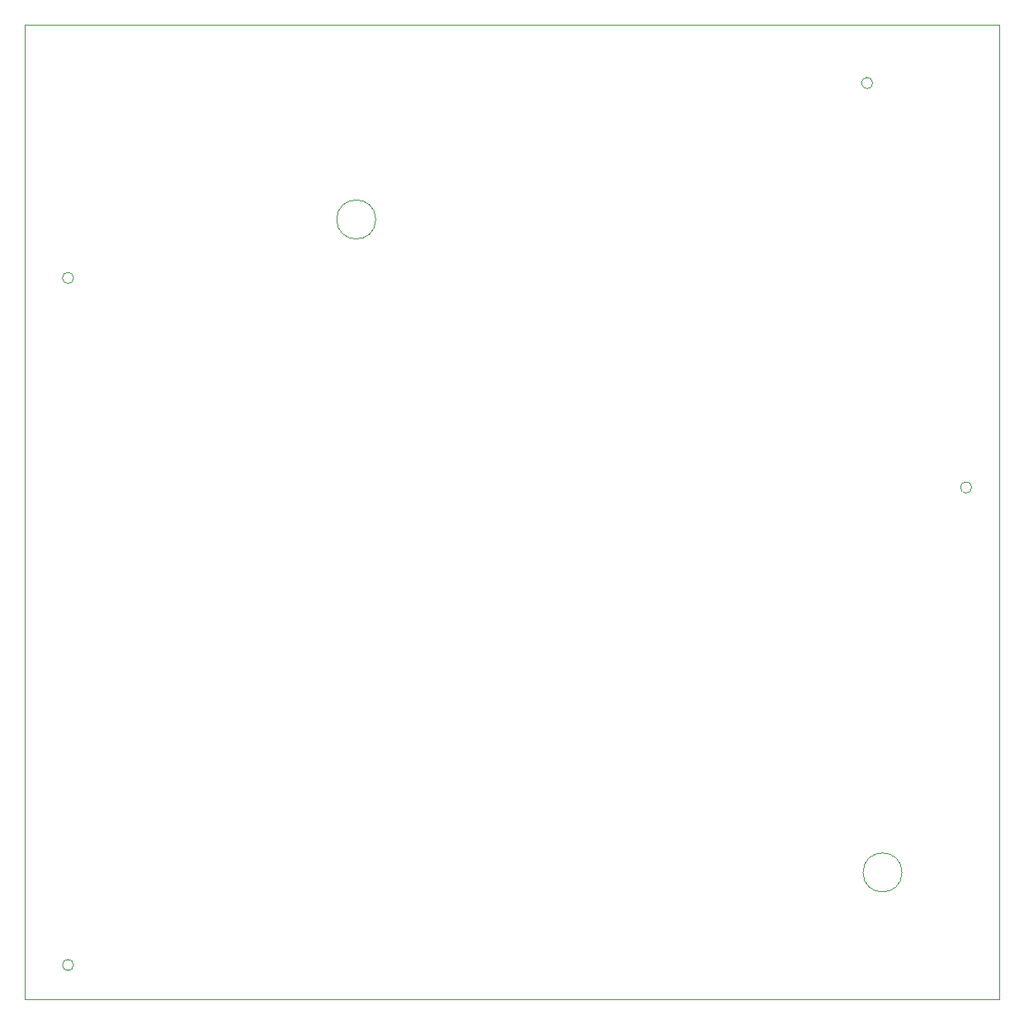
<source format=gbr>
%TF.GenerationSoftware,KiCad,Pcbnew,(5.99.0-11144-gea0c162604)*%
%TF.CreationDate,2021-09-24T14:59:39-05:00*%
%TF.ProjectId,The-Force-V2,5468652d-466f-4726-9365-2d56322e6b69,rev?*%
%TF.SameCoordinates,Original*%
%TF.FileFunction,Profile,NP*%
%FSLAX46Y46*%
G04 Gerber Fmt 4.6, Leading zero omitted, Abs format (unit mm)*
G04 Created by KiCad (PCBNEW (5.99.0-11144-gea0c162604)) date 2021-09-24 14:59:39*
%MOMM*%
%LPD*%
G01*
G04 APERTURE LIST*
%TA.AperFunction,Profile*%
%ADD10C,0.100000*%
%TD*%
G04 APERTURE END LIST*
D10*
X200000000Y-50000000D02*
X200000000Y-150000000D01*
X190000000Y-137000000D02*
G75*
G03*
X190000000Y-137000000I-2000000J0D01*
G01*
X105000000Y-146500000D02*
G75*
G03*
X105000000Y-146500000I-576000J0D01*
G01*
X200000000Y-150000000D02*
X100000000Y-150000000D01*
X100000000Y-150000000D02*
X100000000Y-50000000D01*
X100000000Y-50000000D02*
X200000000Y-50000000D01*
X187000000Y-56000000D02*
G75*
G03*
X187000000Y-56000000I-576000J0D01*
G01*
X136000000Y-70000000D02*
G75*
G03*
X136000000Y-70000000I-2000000J0D01*
G01*
X197152000Y-97500000D02*
G75*
G03*
X197152000Y-97500000I-576000J0D01*
G01*
X105000000Y-76000000D02*
G75*
G03*
X105000000Y-76000000I-576000J0D01*
G01*
M02*

</source>
